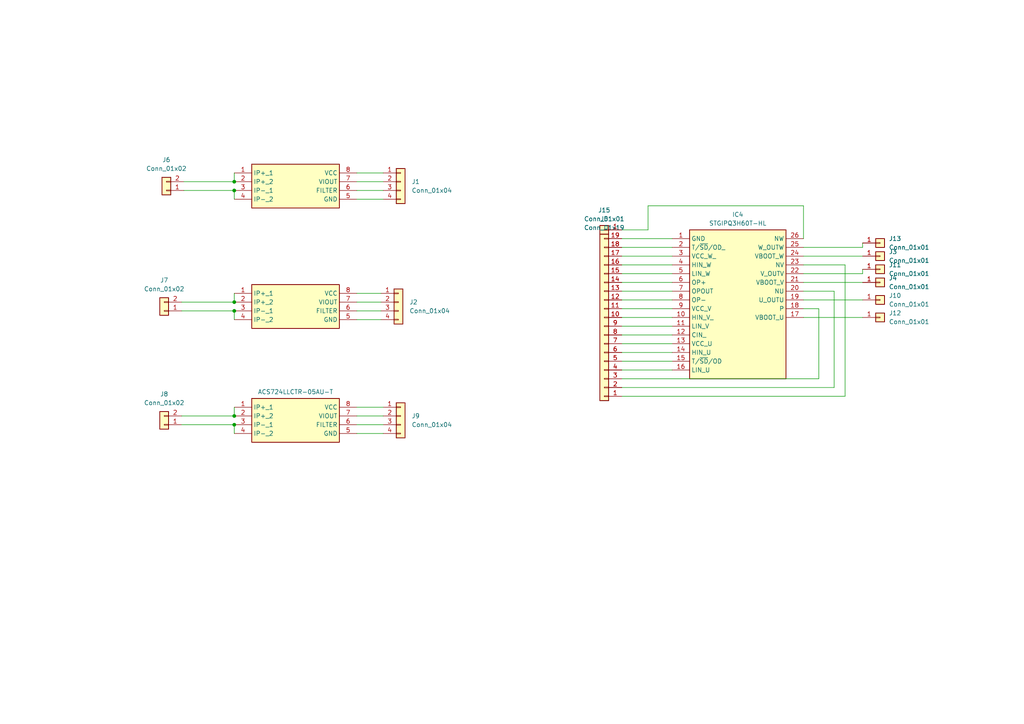
<source format=kicad_sch>
(kicad_sch (version 20230121) (generator eeschema)
  (paper "A4")
  (lib_symbols
    (symbol "Connector_Generic:Conn_01x01" (pin_names (offset 1.016) hide)
      (property "Reference" "J" (at 0 2.54 0))
      (property "Value" "Conn_01x01" (at 0 -2.54 0))
      (symbol "Conn_01x01_1_1"
        (rectangle (start -1.27 0.127) (end 0 -0.127) (stroke (width 0.1524)))
        (rectangle (start -1.27 1.27) (end 1.27 -1.27) (stroke (width 0.254)) (fill (type background)))
        (pin passive line (at -5.08 0 0) (length 3.81) (name "Pin_1") (number "1"))
      )
    )
    (symbol "Connector_Generic:Conn_01x02" (pin_names (offset 1.016) hide)
      (property "Reference" "J" (at 0 2.54 0))
      (property "Value" "Conn_01x02" (at 0 -5.08 0))
      (symbol "Conn_01x02_1_1"
        (rectangle (start -1.27 -2.413) (end 0 -2.667) (stroke (width 0.1524)))
        (rectangle (start -1.27 0.127) (end 0 -0.127) (stroke (width 0.1524)))
        (rectangle (start -1.27 1.27) (end 1.27 -3.81) (stroke (width 0.254)) (fill (type background)))
        (pin passive line (at -5.08 0 0) (length 3.81) (name "Pin_1") (number "1"))
        (pin passive line (at -5.08 -2.54 0) (length 3.81) (name "Pin_2") (number "2"))
      )
    )
    (symbol "Connector_Generic:Conn_01x04" (pin_names (offset 1.016) hide)
      (property "Reference" "J" (at 0 5.08 0))
      (property "Value" "Conn_01x04" (at 0 -7.62 0))
      (symbol "Conn_01x04_1_1"
        (rectangle (start -1.27 -4.953) (end 0 -5.207) (stroke (width 0.1524)))
        (rectangle (start -1.27 -2.413) (end 0 -2.667) (stroke (width 0.1524)))
        (rectangle (start -1.27 0.127) (end 0 -0.127) (stroke (width 0.1524)))
        (rectangle (start -1.27 2.667) (end 0 2.413) (stroke (width 0.1524)))
        (rectangle (start -1.27 3.81) (end 1.27 -6.35) (stroke (width 0.254)) (fill (type background)))
        (pin passive line (at -5.08 2.54 0) (length 3.81) (name "Pin_1") (number "1"))
        (pin passive line (at -5.08 0 0) (length 3.81) (name "Pin_2") (number "2"))
        (pin passive line (at -5.08 -2.54 0) (length 3.81) (name "Pin_3") (number "3"))
        (pin passive line (at -5.08 -5.08 0) (length 3.81) (name "Pin_4") (number "4"))
      )
    )
    (symbol "Connector_Generic:Conn_01x19" (pin_names (offset 1.016) hide)
      (property "Reference" "J" (at 0 25.4 0))
      (property "Value" "Conn_01x19" (at 0 -25.4 0))
      (symbol "Conn_01x19_1_1"
        (rectangle (start -1.27 -22.733) (end 0 -22.987) (stroke (width 0.1524)))
        (rectangle (start -1.27 -20.193) (end 0 -20.447) (stroke (width 0.1524)))
        (rectangle (start -1.27 -17.653) (end 0 -17.907) (stroke (width 0.1524)))
        (rectangle (start -1.27 -15.113) (end 0 -15.367) (stroke (width 0.1524)))
        (rectangle (start -1.27 -12.573) (end 0 -12.827) (stroke (width 0.1524)))
        (rectangle (start -1.27 -10.033) (end 0 -10.287) (stroke (width 0.1524)))
        (rectangle (start -1.27 -7.493) (end 0 -7.747) (stroke (width 0.1524)))
        (rectangle (start -1.27 -4.953) (end 0 -5.207) (stroke (width 0.1524)))
        (rectangle (start -1.27 -2.413) (end 0 -2.667) (stroke (width 0.1524)))
        (rectangle (start -1.27 0.127) (end 0 -0.127) (stroke (width 0.1524)))
        (rectangle (start -1.27 2.667) (end 0 2.413) (stroke (width 0.1524)))
        (rectangle (start -1.27 5.207) (end 0 4.953) (stroke (width 0.1524)))
        (rectangle (start -1.27 7.747) (end 0 7.493) (stroke (width 0.1524)))
        (rectangle (start -1.27 10.287) (end 0 10.033) (stroke (width 0.1524)))
        (rectangle (start -1.27 12.827) (end 0 12.573) (stroke (width 0.1524)))
        (rectangle (start -1.27 15.367) (end 0 15.113) (stroke (width 0.1524)))
        (rectangle (start -1.27 17.907) (end 0 17.653) (stroke (width 0.1524)))
        (rectangle (start -1.27 20.447) (end 0 20.193) (stroke (width 0.1524)))
        (rectangle (start -1.27 22.987) (end 0 22.733) (stroke (width 0.1524)))
        (rectangle (start -1.27 24.13) (end 1.27 -24.13) (stroke (width 0.254)) (fill (type background)))
        (pin passive line (at -5.08 22.86 0) (length 3.81) (name "Pin_1") (number "1"))
        (pin passive line (at -5.08 0 0) (length 3.81) (name "Pin_10") (number "10"))
        (pin passive line (at -5.08 -2.54 0) (length 3.81) (name "Pin_11") (number "11"))
        (pin passive line (at -5.08 -5.08 0) (length 3.81) (name "Pin_12") (number "12"))
        (pin passive line (at -5.08 -7.62 0) (length 3.81) (name "Pin_13") (number "13"))
        (pin passive line (at -5.08 -10.16 0) (length 3.81) (name "Pin_14") (number "14"))
        (pin passive line (at -5.08 -12.7 0) (length 3.81) (name "Pin_15") (number "15"))
        (pin passive line (at -5.08 -15.24 0) (length 3.81) (name "Pin_16") (number "16"))
        (pin passive line (at -5.08 -17.78 0) (length 3.81) (name "Pin_17") (number "17"))
        (pin passive line (at -5.08 -20.32 0) (length 3.81) (name "Pin_18") (number "18"))
        (pin passive line (at -5.08 -22.86 0) (length 3.81) (name "Pin_19") (number "19"))
        (pin passive line (at -5.08 20.32 0) (length 3.81) (name "Pin_2") (number "2"))
        (pin passive line (at -5.08 17.78 0) (length 3.81) (name "Pin_3") (number "3"))
        (pin passive line (at -5.08 15.24 0) (length 3.81) (name "Pin_4") (number "4"))
        (pin passive line (at -5.08 12.7 0) (length 3.81) (name "Pin_5") (number "5"))
        (pin passive line (at -5.08 10.16 0) (length 3.81) (name "Pin_6") (number "6"))
        (pin passive line (at -5.08 7.62 0) (length 3.81) (name "Pin_7") (number "7"))
        (pin passive line (at -5.08 5.08 0) (length 3.81) (name "Pin_8") (number "8"))
        (pin passive line (at -5.08 2.54 0) (length 3.81) (name "Pin_9") (number "9"))
      )
    )
    (symbol "SamacSys_Parts:ACS724LLCTR-05AU-T"
      (property "Reference" "IC" (at 31.75 7.62 0))
      (property "Value" "ACS724LLCTR-05AU-T" (at 31.75 5.08 0))
      (symbol "ACS724LLCTR-05AU-T_1_1"
        (rectangle (start 5.08 2.54) (end 30.48 -10.16) (stroke (width 0.254)) (fill (type background)))
        (pin passive line (at 0 0 0) (length 5.08) (name "IP+_1") (number "1"))
        (pin passive line (at 0 -2.54 0) (length 5.08) (name "IP+_2") (number "2"))
        (pin passive line (at 0 -5.08 0) (length 5.08) (name "IP-_1") (number "3"))
        (pin passive line (at 0 -7.62 0) (length 5.08) (name "IP-_2") (number "4"))
        (pin passive line (at 35.56 -7.62 180) (length 5.08) (name "GND") (number "5"))
        (pin passive line (at 35.56 -5.08 180) (length 5.08) (name "FILTER") (number "6"))
        (pin passive line (at 35.56 -2.54 180) (length 5.08) (name "VIOUT") (number "7"))
        (pin passive line (at 35.56 0 180) (length 5.08) (name "VCC") (number "8"))
      )
    )
    (symbol "SamacSys_Parts:STGIPQ3H60T-HL"
      (property "Reference" "IC" (at 34.29 7.62 0))
      (property "Value" "STGIPQ3H60T-HL" (at 34.29 5.08 0))
      (symbol "STGIPQ3H60T-HL_1_1"
        (rectangle (start 5.08 2.54) (end 33.02 -40.64) (stroke (width 0.254)) (fill (type background)))
        (pin passive line (at 0 0 0) (length 5.08) (name "GND") (number "1"))
        (pin passive line (at 0 -22.86 0) (length 5.08) (name "HIN_V_") (number "10"))
        (pin passive line (at 0 -25.4 0) (length 5.08) (name "LIN_V") (number "11"))
        (pin passive line (at 0 -27.94 0) (length 5.08) (name "CIN_") (number "12"))
        (pin passive line (at 0 -30.48 0) (length 5.08) (name "VCC_U") (number "13"))
        (pin passive line (at 0 -33.02 0) (length 5.08) (name "HIN_U") (number "14"))
        (pin passive line (at 0 -35.56 0) (length 5.08) (name "T/~{SD}/OD") (number "15"))
        (pin passive line (at 0 -38.1 0) (length 5.08) (name "LIN_U") (number "16"))
        (pin passive line (at 38.1 -22.86 180) (length 5.08) (name "VBOOT_U") (number "17"))
        (pin passive line (at 38.1 -20.32 180) (length 5.08) (name "P") (number "18"))
        (pin passive line (at 38.1 -17.78 180) (length 5.08) (name "U_OUTU") (number "19"))
        (pin passive line (at 0 -2.54 0) (length 5.08) (name "T/~{SD}/OD_") (number "2"))
        (pin passive line (at 38.1 -15.24 180) (length 5.08) (name "NU") (number "20"))
        (pin passive line (at 38.1 -12.7 180) (length 5.08) (name "VBOOT_V") (number "21"))
        (pin passive line (at 38.1 -10.16 180) (length 5.08) (name "V_OUTV") (number "22"))
        (pin passive line (at 38.1 -7.62 180) (length 5.08) (name "NV") (number "23"))
        (pin passive line (at 38.1 -5.08 180) (length 5.08) (name "VBOOT_W") (number "24"))
        (pin passive line (at 38.1 -2.54 180) (length 5.08) (name "W_OUTW") (number "25"))
        (pin passive line (at 38.1 0 180) (length 5.08) (name "NW") (number "26"))
        (pin passive line (at 0 -5.08 0) (length 5.08) (name "VCC_W_") (number "3"))
        (pin passive line (at 0 -7.62 0) (length 5.08) (name "HIN_W") (number "4"))
        (pin passive line (at 0 -10.16 0) (length 5.08) (name "LIN_W") (number "5"))
        (pin passive line (at 0 -12.7 0) (length 5.08) (name "OP+") (number "6"))
        (pin passive line (at 0 -15.24 0) (length 5.08) (name "OPOUT") (number "7"))
        (pin passive line (at 0 -17.78 0) (length 5.08) (name "OP-") (number "8"))
        (pin passive line (at 0 -20.32 0) (length 5.08) (name "VCC_V") (number "9"))
      )
    )
  )
  (junction (at 67.945 120.65))
  (junction (at 67.945 52.705))
  (junction (at 67.945 55.245))
  (junction (at 67.945 90.17))
  (junction (at 67.945 87.63))
  (junction (at 67.945 123.19))
  (wire (pts (xy 52.705 87.63) (xy 67.945 87.63)))
  (wire (pts (xy 103.505 90.17) (xy 110.49 90.17)))
  (wire (pts (xy 241.935 84.455) (xy 241.935 112.395)))
  (wire (pts (xy 103.505 87.63) (xy 110.49 87.63)))
  (wire (pts (xy 180.34 94.615) (xy 194.945 94.615)))
  (wire (pts (xy 180.34 109.855) (xy 237.49 109.855)))
  (wire (pts (xy 103.505 118.11) (xy 111.125 118.11)))
  (wire (pts (xy 103.505 85.09) (xy 110.49 85.09)))
  (wire (pts (xy 180.34 66.675) (xy 187.96 66.675)))
  (wire (pts (xy 103.505 57.785) (xy 111.125 57.785)))
  (wire (pts (xy 187.96 59.69) (xy 187.96 66.675)))
  (wire (pts (xy 52.705 90.17) (xy 67.945 90.17)))
  (wire (pts (xy 180.34 97.155) (xy 194.945 97.155)))
  (wire (pts (xy 180.34 89.535) (xy 194.945 89.535)))
  (wire (pts (xy 180.34 107.315) (xy 194.945 107.315)))
  (wire (pts (xy 180.34 112.395) (xy 241.935 112.395)))
  (wire (pts (xy 67.945 118.11) (xy 67.945 120.65)))
  (wire (pts (xy 67.945 55.245) (xy 67.945 57.785)))
  (wire (pts (xy 103.505 123.19) (xy 111.125 123.19)))
  (wire (pts (xy 180.34 102.235) (xy 194.945 102.235)))
  (wire (pts (xy 233.045 92.075) (xy 250.19 92.075)))
  (wire (pts (xy 67.945 90.17) (xy 67.945 92.71)))
  (wire (pts (xy 180.34 76.835) (xy 194.945 76.835)))
  (wire (pts (xy 53.34 52.705) (xy 67.945 52.705)))
  (wire (pts (xy 103.505 55.245) (xy 111.125 55.245)))
  (wire (pts (xy 67.945 50.165) (xy 67.945 52.705)))
  (wire (pts (xy 233.045 89.535) (xy 237.49 89.535)))
  (wire (pts (xy 180.34 86.995) (xy 194.945 86.995)))
  (wire (pts (xy 250.19 79.375) (xy 250.19 78.105)))
  (wire (pts (xy 250.19 71.755) (xy 250.19 70.485)))
  (wire (pts (xy 67.945 123.19) (xy 67.945 125.73)))
  (wire (pts (xy 180.34 71.755) (xy 194.945 71.755)))
  (wire (pts (xy 180.34 81.915) (xy 194.945 81.915)))
  (wire (pts (xy 233.045 74.295) (xy 250.19 74.295)))
  (wire (pts (xy 180.34 84.455) (xy 194.945 84.455)))
  (wire (pts (xy 237.49 89.535) (xy 237.49 109.855)))
  (wire (pts (xy 103.505 52.705) (xy 111.125 52.705)))
  (wire (pts (xy 233.045 71.755) (xy 250.19 71.755)))
  (wire (pts (xy 180.34 114.935) (xy 245.11 114.935)))
  (wire (pts (xy 180.34 74.295) (xy 194.945 74.295)))
  (wire (pts (xy 180.34 92.075) (xy 194.945 92.075)))
  (wire (pts (xy 103.505 125.73) (xy 111.125 125.73)))
  (wire (pts (xy 233.045 59.69) (xy 187.96 59.69)))
  (wire (pts (xy 233.045 79.375) (xy 250.19 79.375)))
  (wire (pts (xy 180.34 69.215) (xy 194.945 69.215)))
  (wire (pts (xy 233.045 81.915) (xy 250.19 81.915)))
  (wire (pts (xy 233.045 86.995) (xy 250.19 86.995)))
  (wire (pts (xy 103.505 120.65) (xy 111.125 120.65)))
  (wire (pts (xy 245.11 114.935) (xy 245.11 76.835)))
  (wire (pts (xy 103.505 50.165) (xy 111.125 50.165)))
  (wire (pts (xy 180.34 104.775) (xy 194.945 104.775)))
  (wire (pts (xy 245.11 76.835) (xy 233.045 76.835)))
  (wire (pts (xy 233.045 59.69) (xy 233.045 69.215)))
  (wire (pts (xy 52.705 120.65) (xy 67.945 120.65)))
  (wire (pts (xy 52.705 123.19) (xy 67.945 123.19)))
  (wire (pts (xy 233.045 84.455) (xy 241.935 84.455)))
  (wire (pts (xy 53.34 55.245) (xy 67.945 55.245)))
  (wire (pts (xy 67.945 85.09) (xy 67.945 87.63)))
  (wire (pts (xy 180.34 99.695) (xy 194.945 99.695)))
  (wire (pts (xy 103.505 92.71) (xy 110.49 92.71)))
  (wire (pts (xy 180.34 79.375) (xy 194.945 79.375)))
  (symbol (lib_id "Connector_Generic:Conn_01x04") (at 115.57 87.63 0) (unit 1)
    (property "Reference" "J2" (at 118.745 87.63 0) (effects (justify left)))
    (property "Value" "Conn_01x04" (at 118.745 90.17 0) (effects (justify left)))
    (property "Footprint" "Connector_PinHeader_2.54mm:PinHeader_1x04_P2.54mm_Vertical" (effects hide))
  )
  (symbol (lib_id "Connector_Generic:Conn_01x02") (at 47.625 123.19 180) (unit 1)
    (property "Reference" "J8" (at 47.625 114.3 0))
    (property "Value" "Conn_01x02" (at 47.625 116.84 0))
    (property "Footprint" "Connector_Samtec_HPM_THT:Samtec_HPM-02-01-x-S_Straight_1x02_Pitch5.08mm" (effects hide))
  )
  (symbol (lib_id "SamacSys_Parts:ACS724LLCTR-05AU-T") (at 67.945 118.11 0) (unit 1)
    (property "Reference" "IC3" (effects hide))
    (property "Value" "ACS724LLCTR-05AU-T" (at 85.725 113.665 0))
    (property "Footprint" "SamacSys_Parts:SOIC127P600X175-8N" (effects hide))
    (property "Datasheet" "https://www.allegromicro.com/~/media/files/datasheets/acs724-datasheet.pdf" (effects hide))
    (property "Height" "1.75" (effects hide))
    (property "Manufacturer_Name" "Allegro Microsystems" (effects hide))
    (property "Manufacturer_Part_Number" "ACS724LLCTR-05AU-T" (effects hide))
    (property "Mouser Part Number" "250-724LLCTR05AUT" (effects hide))
    (property "Mouser Price/Stock" "https://www.mouser.co.uk/ProductDetail/Allegro-MicroSystems/ACS724LLCTR-05AU-T?qs=pUKx8fyJudC3f6AQOezPDA%3D%3D" (effects hide))
    (property "Arrow Part Number" "ACS724LLCTR-05AU-T" (effects hide))
    (property "Arrow Price/Stock" "https://www.arrow.com/en/products/acs724llctr-05au-t/allegro-microsystems?region=nac" (effects hide))
  )
  (symbol (lib_id "SamacSys_Parts:STGIPQ3H60T-HL") (at 194.945 69.215 0) (unit 1)
    (property "Reference" "IC4" (at 213.995 62.23 0))
    (property "Value" "STGIPQ3H60T-HL" (at 213.995 64.77 0))
    (property "Footprint" "SamacSys_Parts:STGIPQ3H60THL" (effects hide))
    (property "Datasheet" "https://www.st.com/resource/en/datasheet/stgipq3h60t-hl.pdf" (effects hide))
    (property "Height" "5.4" (effects hide))
    (property "Manufacturer_Name" "STMicroelectronics" (effects hide))
    (property "Manufacturer_Part_Number" "STGIPQ3H60T-HL" (effects hide))
    (property "Mouser Part Number" "511-STGIPQ3H60T-HL" (effects hide))
    (property "Mouser Price/Stock" "https://www.mouser.co.uk/ProductDetail/STMicroelectronics/STGIPQ3H60T-HL?qs=M3jcYzEJUdFpYXXQR4RSgg%3D%3D" (effects hide))
    (property "Arrow Part Number" "STGIPQ3H60T-HL" (effects hide))
    (property "Arrow Price/Stock" "https://www.arrow.com/en/products/stgipq3h60t-hl/stmicroelectronics" (effects hide))
  )
  (symbol (lib_id "Connector_Generic:Conn_01x02") (at 47.625 90.17 180) (unit 1)
    (property "Reference" "J7" (at 47.625 81.28 0))
    (property "Value" "Conn_01x02" (at 47.625 83.82 0))
    (property "Footprint" "Connector_Samtec_HPM_THT:Samtec_HPM-02-01-x-S_Straight_1x02_Pitch5.08mm" (effects hide))
  )
  (symbol (lib_id "Connector_Generic:Conn_01x01") (at 255.27 92.075 0) (unit 1)
    (property "Reference" "J12" (at 257.81 90.805 0) (effects (justify left)))
    (property "Value" "Conn_01x01" (at 257.81 93.345 0) (effects (justify left)))
    (property "Footprint" "Connector_PinHeader_2.54mm:PinHeader_1x01_P2.54mm_Vertical" (effects hide))
  )
  (symbol (lib_id "Connector_Generic:Conn_01x01") (at 255.27 86.995 0) (unit 1)
    (property "Reference" "J10" (at 257.81 85.725 0) (effects (justify left)))
    (property "Value" "Conn_01x01" (at 257.81 88.265 0) (effects (justify left)))
    (property "Footprint" "Connector_PinHeader_2.54mm:PinHeader_1x01_P2.54mm_Vertical" (effects hide))
  )
  (symbol (lib_id "Connector_Generic:Conn_01x19") (at 175.26 92.075 180) (unit 1)
    (property "Reference" "J5" (at 175.26 63.5 0))
    (property "Value" "Conn_01x19" (at 175.26 66.04 0))
    (property "Footprint" "Connector_Samtec_HPM_THT:Samtec_HPM-19-01-x-S_Straight_1x19_Pitch5.08mm" (effects hide))
  )
  (symbol (lib_id "Connector_Generic:Conn_01x01") (at 255.27 78.105 0) (unit 1)
    (property "Reference" "J11" (at 257.81 76.835 0) (effects (justify left)))
    (property "Value" "Conn_01x01" (at 257.81 79.375 0) (effects (justify left)))
    (property "Footprint" "Connector_PinHeader_2.54mm:PinHeader_1x01_P2.54mm_Vertical" (effects hide))
  )
  (symbol (lib_id "SamacSys_Parts:ACS724LLCTR-05AU-T") (at 67.945 85.09 0) (unit 1)
    (property "Reference" "IC2" (effects hide))
    (property "Value" "ACS724LLCTR-05AU-T" (effects hide))
    (property "Footprint" "SamacSys_Parts:SOIC127P600X175-8N" (effects hide))
    (property "Datasheet" "https://www.allegromicro.com/~/media/files/datasheets/acs724-datasheet.pdf" (effects hide))
    (property "Height" "1.75" (effects hide))
    (property "Manufacturer_Name" "Allegro Microsystems" (effects hide))
    (property "Manufacturer_Part_Number" "ACS724LLCTR-05AU-T" (effects hide))
    (property "Mouser Part Number" "250-724LLCTR05AUT" (effects hide))
    (property "Mouser Price/Stock" "https://www.mouser.co.uk/ProductDetail/Allegro-MicroSystems/ACS724LLCTR-05AU-T?qs=pUKx8fyJudC3f6AQOezPDA%3D%3D" (effects hide))
    (property "Arrow Part Number" "ACS724LLCTR-05AU-T" (effects hide))
    (property "Arrow Price/Stock" "https://www.arrow.com/en/products/acs724llctr-05au-t/allegro-microsystems?region=nac" (effects hide))
  )
  (symbol (lib_id "Connector_Generic:Conn_01x01") (at 255.27 74.295 0) (unit 1)
    (property "Reference" "J3" (at 257.81 73.025 0) (effects (justify left)))
    (property "Value" "Conn_01x01" (at 257.81 75.565 0) (effects (justify left)))
    (property "Footprint" "Connector_PinHeader_2.54mm:PinHeader_1x01_P2.54mm_Vertical" (effects hide))
  )
  (symbol (lib_id "Connector_Generic:Conn_01x01") (at 255.27 81.915 0) (unit 1)
    (property "Reference" "J4" (at 257.81 80.645 0) (effects (justify left)))
    (property "Value" "Conn_01x01" (at 257.81 83.185 0) (effects (justify left)))
    (property "Footprint" "Connector_PinHeader_2.54mm:PinHeader_1x01_P2.54mm_Vertical" (effects hide))
  )
  (symbol (lib_id "Connector_Generic:Conn_01x02") (at 48.26 55.245 180) (unit 1)
    (property "Reference" "J6" (at 48.26 46.355 0))
    (property "Value" "Conn_01x02" (at 48.26 48.895 0))
    (property "Footprint" "Connector_Samtec_HPM_THT:Samtec_HPM-02-01-x-S_Straight_1x02_Pitch5.08mm" (effects hide))
  )
  (symbol (lib_id "Connector_Generic:Conn_01x01") (at 255.27 70.485 0) (unit 1)
    (property "Reference" "J13" (at 257.81 69.215 0) (effects (justify left)))
    (property "Value" "Conn_01x01" (at 257.81 71.755 0) (effects (justify left)))
    (property "Footprint" "Connector_PinHeader_2.54mm:PinHeader_1x01_P2.54mm_Vertical" (effects hide))
  )
  (symbol (lib_id "SamacSys_Parts:ACS724LLCTR-05AU-T") (at 67.945 50.165 0) (unit 1)
    (property "Reference" "IC1" (effects hide))
    (property "Value" "ACS724LLCTR-05AU-T" (effects hide))
    (property "Footprint" "SamacSys_Parts:SOIC127P600X175-8N" (effects hide))
    (property "Datasheet" "https://www.allegromicro.com/~/media/files/datasheets/acs724-datasheet.pdf" (effects hide))
    (property "Height" "1.75" (effects hide))
    (property "Manufacturer_Name" "Allegro Microsystems" (effects hide))
    (property "Manufacturer_Part_Number" "ACS724LLCTR-05AU-T" (effects hide))
    (property "Mouser Part Number" "250-724LLCTR05AUT" (effects hide))
    (property "Mouser Price/Stock" "https://www.mouser.co.uk/ProductDetail/Allegro-MicroSystems/ACS724LLCTR-05AU-T?qs=pUKx8fyJudC3f6AQOezPDA%3D%3D" (effects hide))
    (property "Arrow Part Number" "ACS724LLCTR-05AU-T" (effects hide))
    (property "Arrow Price/Stock" "https://www.arrow.com/en/products/acs724llctr-05au-t/allegro-microsystems?region=nac" (effects hide))
  )
  (symbol (lib_id "Connector_Generic:Conn_01x04") (at 116.205 52.705 0) (unit 1)
    (property "Reference" "J1" (at 119.38 52.705 0) (effects (justify left)))
    (property "Value" "Conn_01x04" (at 119.38 55.245 0) (effects (justify left)))
    (property "Footprint" "Connector_PinHeader_2.54mm:PinHeader_1x04_P2.54mm_Vertical" (effects hide))
  )
  (symbol (lib_id "Connector_Generic:Conn_01x01") (at 175.26 66.675 180) (unit 1)
    (property "Reference" "J15" (at 175.26 60.96 0))
    (property "Value" "Conn_01x01" (at 175.26 63.5 0))
    (property "Footprint" "Connector_Samtec_HPM_THT:Samtec_HPM-01-01-x-S_Straight_1x01_Pitch5.08mm" (effects hide))
  )
  (symbol (lib_id "Connector_Generic:Conn_01x04") (at 116.205 120.65 0) (unit 1)
    (property "Reference" "J9" (at 119.38 120.65 0) (effects (justify left)))
    (property "Value" "Conn_01x04" (at 119.38 123.19 0) (effects (justify left)))
    (property "Footprint" "Connector_PinHeader_2.54mm:PinHeader_1x04_P2.54mm_Vertical" (effects hide))
  )
)
</source>
